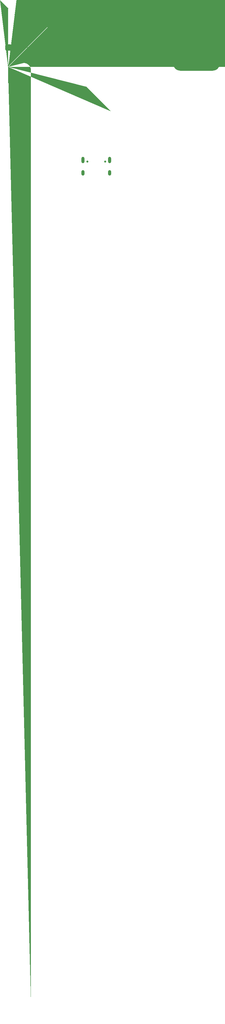
<source format=gbr>
%TF.GenerationSoftware,KiCad,Pcbnew,7.0.10*%
%TF.CreationDate,2024-02-06T19:30:05-08:00*%
%TF.ProjectId,main_board,6d61696e-5f62-46f6-9172-642e6b696361,rev?*%
%TF.SameCoordinates,Original*%
%TF.FileFunction,Soldermask,Bot*%
%TF.FilePolarity,Negative*%
%FSLAX46Y46*%
G04 Gerber Fmt 4.6, Leading zero omitted, Abs format (unit mm)*
G04 Created by KiCad (PCBNEW 7.0.10) date 2024-02-06 19:30:05*
%MOMM*%
%LPD*%
G01*
G04 APERTURE LIST*
G04 Aperture macros list*
%AMRoundRect*
0 Rectangle with rounded corners*
0 $1 Rounding radius*
0 $2 $3 $4 $5 $6 $7 $8 $9 X,Y pos of 4 corners*
0 Add a 4 corners polygon primitive as box body*
4,1,4,$2,$3,$4,$5,$6,$7,$8,$9,$2,$3,0*
0 Add four circle primitives for the rounded corners*
1,1,$1+$1,$2,$3*
1,1,$1+$1,$4,$5*
1,1,$1+$1,$6,$7*
1,1,$1+$1,$8,$9*
0 Add four rect primitives between the rounded corners*
20,1,$1+$1,$2,$3,$4,$5,0*
20,1,$1+$1,$4,$5,$6,$7,0*
20,1,$1+$1,$6,$7,$8,$9,0*
20,1,$1+$1,$8,$9,$2,$3,0*%
%AMFreePoly0*
4,1,247,5.039824,1.258745,5.040645,1.258997,5.187960,1.256588,5.193559,1.254666,5.199378,1.255745,5.491487,1.217288,5.497576,1.214383,5.504316,1.214737,5.788907,1.138482,5.794566,1.134806,5.801293,1.134277,6.073495,1.021527,6.078625,1.017145,6.085227,1.015742,6.340384,0.868427,6.344900,0.863411,6.351260,0.861159,6.585006,0.681800,6.588827,0.676240,6.594841,0.673176,
6.803176,0.464841,6.806240,0.458827,6.811800,0.455006,6.991159,0.221260,6.993411,0.214900,6.998427,0.210384,7.145742,-0.044773,7.147145,-0.051374,7.151527,-0.056505,7.264277,-0.328706,7.264806,-0.335433,7.268482,-0.341093,7.344737,-0.625684,7.344383,-0.632423,7.347288,-0.638513,7.385746,-0.930623,7.384667,-0.936442,7.386588,-0.942040,7.388997,-1.089355,7.388745,-1.090175,
7.389010,-1.090990,7.389010,-11.389010,7.388745,-11.389824,7.388997,-11.390645,7.386588,-11.537960,7.384667,-11.543557,7.385746,-11.549377,7.347288,-11.841487,7.344383,-11.847576,7.344737,-11.854316,7.268482,-12.138907,7.264806,-12.144566,7.264277,-12.151294,7.151527,-12.423495,7.147145,-12.428625,7.145742,-12.435227,6.998427,-12.690384,6.993411,-12.694900,6.991159,-12.701260,6.811800,-12.935006,
6.806240,-12.938827,6.803176,-12.944841,6.594841,-13.153176,6.588827,-13.156240,6.585006,-13.161800,6.351260,-13.341159,6.344900,-13.343411,6.340384,-13.348427,6.085227,-13.495742,6.078625,-13.497145,6.073495,-13.501527,5.801293,-13.614277,5.794566,-13.614806,5.788907,-13.618482,5.504316,-13.694737,5.497576,-13.694383,5.491487,-13.697288,5.199378,-13.735745,5.193559,-13.734666,5.187960,-13.736588,
5.040645,-13.738997,5.039824,-13.738745,5.039010,-13.739010,-5.259010,-13.739010,-5.259824,-13.738745,-5.260645,-13.738997,-5.407960,-13.736588,-5.413557,-13.734667,-5.419377,-13.735746,-5.711487,-13.697288,-5.717577,-13.694382,-5.724316,-13.694736,-6.008907,-13.618481,-6.014566,-13.614805,-6.021294,-13.614276,-6.293495,-13.501526,-6.298625,-13.497144,-6.305227,-13.495741,-6.560384,-13.348426,-6.564900,-13.343410,
-6.571260,-13.341158,-6.805005,-13.161799,-6.808826,-13.156239,-6.814840,-13.153175,-7.023175,-12.944840,-7.026239,-12.938826,-7.031799,-12.935005,-7.211158,-12.701260,-7.213410,-12.694900,-7.218426,-12.690384,-7.365741,-12.435227,-7.367144,-12.428625,-7.371526,-12.423495,-7.484276,-12.151293,-7.484805,-12.144566,-7.488481,-12.138907,-7.564737,-11.854316,-7.564383,-11.847576,-7.567288,-11.841487,-7.605745,-11.549378,
-7.604666,-11.543559,-7.606588,-11.537960,-7.608997,-11.390645,-7.608745,-11.389824,-7.609010,-11.389010,-7.609010,-6.840000,-7.604116,-6.824937,-7.604116,-6.809098,-7.594806,-6.796284,-7.589912,-6.781221,-7.577098,-6.771911,-7.567789,-6.759098,-7.552725,-6.754203,-7.539912,-6.744894,-7.524073,-6.744894,-7.509010,-6.740000,-1.610000,-6.740000,-1.596236,-6.744471,-1.581771,-6.744067,-1.567579,-6.753782,
-1.551221,-6.759098,-1.542714,-6.770806,-1.530774,-6.778981,-1.525003,-6.795182,-1.514894,-6.809098,-1.514894,-6.823570,-1.510039,-6.837203,-1.507485,-6.928440,-1.467197,-7.104956,-1.389254,-7.266804,-1.277251,-7.407251,-1.136804,-7.519254,-0.974954,-7.597197,-0.798440,-7.637485,-0.708596,-7.640000,0.488597,-7.640000,0.578440,-7.637485,0.754956,-7.597197,0.916804,-7.519254,1.057251,-7.407251,
1.169254,-7.266804,1.247197,-7.104954,1.287485,-6.928440,1.290000,-6.838595,1.290000,-5.641404,1.287485,-5.551559,1.247197,-5.375045,1.169254,-5.213195,1.057251,-5.072748,0.916804,-4.960745,0.754956,-4.882802,0.578440,-4.842514,0.488597,-4.840000,-0.708596,-4.840000,-0.798440,-4.842514,-0.974954,-4.882802,-1.136804,-4.960745,-1.277251,-5.072748,-1.389254,-5.213195,-1.467197,-5.375043,
-1.507485,-5.551559,-1.510039,-5.642797,-1.514894,-5.656429,-1.514894,-5.670902,-1.525003,-5.684817,-1.530774,-5.701019,-1.542714,-5.709193,-1.551221,-5.720902,-1.567579,-5.726217,-1.581771,-5.735933,-1.596236,-5.735528,-1.610000,-5.740000,-7.509010,-5.740000,-7.524073,-5.735106,-7.539912,-5.735106,-7.552725,-5.725796,-7.567789,-5.720902,-7.577098,-5.708088,-7.589912,-5.698779,-7.594806,-5.683715,
-7.604116,-5.670902,-7.604116,-5.655062,-7.609010,-5.640000,-7.609010,-1.090990,-7.608745,-1.090175,-7.608997,-1.089355,-7.606588,-0.942040,-7.604666,-0.936440,-7.605745,-0.930622,-7.567288,-0.638513,-7.564383,-0.632423,-7.564737,-0.625684,-7.488481,-0.341093,-7.484805,-0.335433,-7.484276,-0.328707,-7.371526,-0.056505,-7.367144,-0.051374,-7.365741,-0.044773,-7.218426,0.210384,-7.213410,0.214900,
-7.211158,0.221260,-7.031799,0.455005,-7.026239,0.458826,-7.023175,0.464840,-6.814840,0.673175,-6.808826,0.676239,-6.805005,0.681799,-6.571260,0.861158,-6.564900,0.863410,-6.560384,0.868426,-6.305227,1.015741,-6.298625,1.017144,-6.293495,1.021526,-6.021294,1.134276,-6.014566,1.134805,-6.008907,1.138481,-5.724316,1.214736,-5.717577,1.214382,-5.711487,1.217288,-5.419377,1.255746,
-5.413557,1.254667,-5.407960,1.256588,-5.260645,1.258997,-5.259824,1.258745,-5.259010,1.259010,5.039010,1.259010,5.039824,1.258745,5.039824,1.258745,$1*%
G04 Aperture macros list end*
%ADD10C,0.200000*%
%ADD11C,0.650000*%
%ADD12O,1.000000X2.100000*%
%ADD13O,1.000000X1.800000*%
%ADD14RoundRect,2.250000X-5.250000X-5.250000X5.250000X-5.250000X5.250000X5.250000X-5.250000X5.250000X0*%
%ADD15RoundRect,0.400000X0.600000X0.600000X-0.600000X0.600000X-0.600000X-0.600000X0.600000X-0.600000X0*%
%ADD16FreePoly0,180.000000*%
G04 APERTURE END LIST*
D10*
X19775000Y43100000D02*
X13400000Y43100000D01*
D11*
%TO.C,J1*%
X37860000Y6300000D03*
X43640000Y6300000D03*
D12*
X36430000Y6800000D03*
D13*
X36430000Y2620000D03*
D12*
X45070000Y6800000D03*
D13*
X45070000Y2620000D03*
%TD*%
D14*
%TO.C,E1*%
X73200000Y43100000D03*
%TD*%
D15*
%TO.C,E2*%
X12350000Y43100000D03*
D16*
X12240000Y36860000D03*
%TD*%
M02*

</source>
